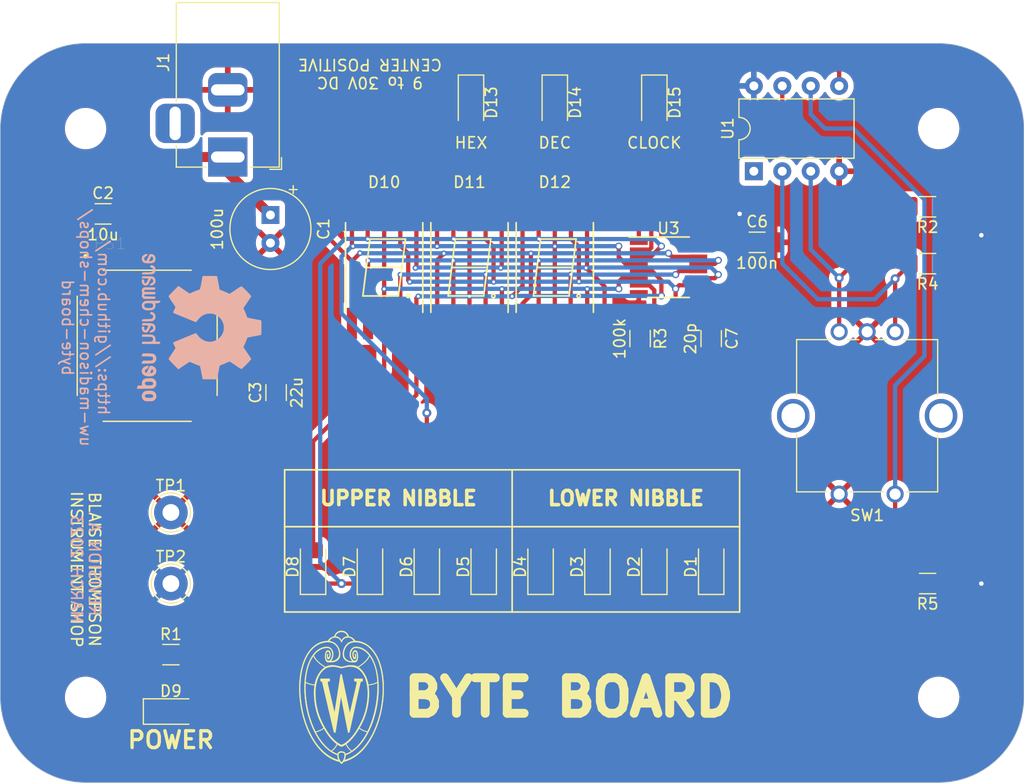
<source format=kicad_pcb>
(kicad_pcb (version 20221018) (generator pcbnew)
  (title_block (title "Byte Board") (date "2023-03-20") (rev "A") (company "University of Wisconsin-Madison") (comment 1 "Department of Chemistry") (comment 2 "Instrument Shop") (comment 3 "Blaise Thompson") (comment 4 "blaise.thompson@wisc.edu"))
  (layers (0 "F.Cu" signal) (31 "B.Cu" signal) (34 "B.Paste" user) (35 "F.Paste" user) (36 "B.SilkS" user "B.Silkscreen") (37 "F.SilkS" user "F.Silkscreen") (38 "B.Mask" user) (39 "F.Mask" user) (44 "Edge.Cuts" user))
  (net 0 "")
  (net 1 "+3V3")
  (net 2 "GND")
  (net 3 "Net-(U3-OSC)")
  (net 4 "Net-(U3-ISET)")
  (net 5 "/LED_driver/SEG3")
  (net 6 "/LED_driver/SEG2")
  (net 7 "/LED_driver/SEG1")
  (net 8 "/LED_driver/SEG0")
  (net 9 "/LED_driver/SEG8")
  (net 10 "/LED_driver/SEG7")
  (net 11 "/LED_driver/SEG6")
  (net 12 "/LED_driver/SEG5")
  (net 13 "/LED_driver/SEG4")
  (net 14 "Net-(PS1-+VIN)")
  (net 15 "Net-(D9-A)")
  (net 17 "B")
  (net 18 "A")
  (net 19 "SWITCH")
  (net 21 "MOSI")
  (net 22 "CLK")
  (footprint "Resistor_SMD:R_1206_3216Metric_Pad1.30x1.75mm_HandSolder" (layer "F.Cu") (at 147.6 61.595 180)
    (fp_text reference "R2" (at 0 -1.82) (layer "F.SilkS"))
    (fp_text value "4k7")
    (pad "1" smd roundrect (at -1.55 0 180) (size 1.3 1.75) (layers "F.Cu" "F.Paste" "F.Mask") (roundrect_rratio 0.192308) (net 1 "+3V3"))
    (pad "2" smd roundrect (at 1.55 0 180) (size 1.3 1.75) (layers "F.Cu" "F.Paste" "F.Mask") (roundrect_rratio 0.192308) (net 17 "B"))
  )
  (footprint "LED_SMD:LED_1206_3216Metric_Pad1.42x1.75mm_HandSolder" (layer "F.Cu") (at 123.19 93.7625 90)
    (fp_text reference "D2" (at 0 -1.82 90) (layer "F.SilkS"))
    (fp_text value "LED")
    (pad "1" smd roundrect (at -1.4875 0 90) (size 1.425 1.75) (layers "F.Cu" "F.Paste" "F.Mask") (roundrect_rratio 0.175439) (net 5 "/LED_driver/SEG3"))
    (pad "2" smd roundrect (at 1.4875 0 90) (size 1.425 1.75) (layers "F.Cu" "F.Paste" "F.Mask") (roundrect_rratio 0.175439) (net 10 "/LED_driver/SEG7"))
  )
  (footprint "TestPoint:TestPoint_THTPad_D3.0mm_Drill1.5mm" (layer "F.Cu") (at 80.01 88.9)
    (fp_text reference "TP1" (at 0 -2.398) (layer "F.SilkS"))
    (fp_text value "TestPoint")
    (pad "1" thru_hole circle (at 0 0) (size 3 3) (drill 1.5) (layers "*.Cu" "*.Mask") (net 2 "GND"))
  )
  (footprint "MountingHole:MountingHole_3.2mm_M3" (layer "F.Cu") (at 72.39 54.61)
    (fp_text reference "REF**" hide)
    (fp_text value "MountingHole_3.2mm_M3" hide)
    (pad "" np_thru_hole circle (at 0 0) (size 3.2 3.2) (drill 3.2) (layers "F&B.Cu" "*.Mask"))
  )
  (footprint "LED_SMD:LED_1206_3216Metric_Pad1.42x1.75mm_HandSolder" (layer "F.Cu") (at 92.71 93.7625 90)
    (fp_text reference "D8" (at 0 -1.82 90) (layer "F.SilkS"))
    (fp_text value "LED")
    (pad "1" smd roundrect (at -1.4875 0 90) (size 1.425 1.75) (layers "F.Cu" "F.Paste" "F.Mask") (roundrect_rratio 0.175439) (net 5 "/LED_driver/SEG3"))
    (pad "2" smd roundrect (at 1.4875 0 90) (size 1.425 1.75) (layers "F.Cu" "F.Paste" "F.Mask") (roundrect_rratio 0.175439) (net 8 "/LED_driver/SEG0"))
  )
  (footprint "LED_SMD:LED_1206_3216Metric_Pad1.42x1.75mm_HandSolder" (layer "F.Cu") (at 128.27 93.7625 90)
    (fp_text reference "D1" (at 0 -1.82 90) (layer "F.SilkS"))
    (fp_text value "LED")
    (pad "1" smd roundrect (at -1.4875 0 90) (size 1.425 1.75) (layers "F.Cu" "F.Paste" "F.Mask") (roundrect_rratio 0.175439) (net 5 "/LED_driver/SEG3"))
    (pad "2" smd roundrect (at 1.4875 0 90) (size 1.425 1.75) (layers "F.Cu" "F.Paste" "F.Mask") (roundrect_rratio 0.175439) (net 9 "/LED_driver/SEG8"))
  )
  (footprint "LED_SMD:LED_1206_3216Metric_Pad1.42x1.75mm_HandSolder" (layer "F.Cu") (at 106.815 52.2875 -90)
    (fp_text reference "D13" (at 0 -1.82 90) (layer "F.SilkS"))
    (fp_text value "HEX")
    (pad "1" smd roundrect (at -1.4875 0 270) (size 1.425 1.75) (layers "F.Cu" "F.Paste" "F.Mask") (roundrect_rratio 0.175439) (net 13 "/LED_driver/SEG4"))
    (pad "2" smd roundrect (at 1.4875 0 270) (size 1.425 1.75) (layers "F.Cu" "F.Paste" "F.Mask") (roundrect_rratio 0.175439) (net 8 "/LED_driver/SEG0"))
  )
  (footprint "Resistor_SMD:R_1206_3216Metric_Pad1.30x1.75mm_HandSolder" (layer "F.Cu") (at 147.6 66.675 180)
    (fp_text reference "R4" (at 0 -1.82) (layer "F.SilkS"))
    (fp_text value "4k7")
    (pad "1" smd roundrect (at -1.55 0 180) (size 1.3 1.75) (layers "F.Cu" "F.Paste" "F.Mask") (roundrect_rratio 0.192308) (net 1 "+3V3"))
    (pad "2" smd roundrect (at 1.55 0 180) (size 1.3 1.75) (layers "F.Cu" "F.Paste" "F.Mask") (roundrect_rratio 0.192308) (net 18 "A"))
  )
  (footprint "Resistor_SMD:R_1206_3216Metric_Pad1.30x1.75mm_HandSolder" (layer "F.Cu") (at 147.6 95.25 180)
    (fp_text reference "R5" (at 0 -1.82) (layer "F.SilkS"))
    (fp_text value "4k7")
    (pad "1" smd roundrect (at -1.55 0 180) (size 1.3 1.75) (layers "F.Cu" "F.Paste" "F.Mask") (roundrect_rratio 0.192308) (net 1 "+3V3"))
    (pad "2" smd roundrect (at 1.55 0 180) (size 1.3 1.75) (layers "F.Cu" "F.Paste" "F.Mask") (roundrect_rratio 0.192308) (net 19 "SWITCH"))
  )
  (footprint "Connector_BarrelJack:BarrelJack_Horizontal" (layer "F.Cu") (at 85.09 57.15 -90)
    (fp_text reference "J1" (at -8.45 5.75 90) (layer "F.SilkS"))
    (fp_text value "Barrel_Jack")
    (pad "1" thru_hole rect (at 0 0 270) (size 3.5 3.5) (drill oval 1 3) (layers "*.Cu" "*.Mask") (net 14 "Net-(PS1-+VIN)"))
    (pad "2" thru_hole roundrect (at -6 0 270) (size 3 3.5) (drill oval 1 3) (layers "*.Cu" "*.Mask") (net 2 "GND"))
    (pad "3" thru_hole roundrect (at -3 4.7 270) (size 3.5 3.5) (drill oval 3 1) (layers "*.Cu" "*.Mask"))
  )
  (footprint "Resistor_SMD:R_1206_3216Metric_Pad1.30x1.75mm_HandSolder" (layer "F.Cu") (at 121.92 73.3695 -90)
    (fp_text reference "R3" (at 0 -1.82 90) (layer "F.SilkS"))
    (fp_text value "100k" (at 0 1.82 90) (layer "F.SilkS"))
    (pad "1" smd roundrect (at -1.55 0 270) (size 1.3 1.75) (layers "F.Cu" "F.Paste" "F.Mask") (roundrect_rratio 0.192308) (net 4 "Net-(U3-ISET)"))
    (pad "2" smd roundrect (at 1.55 0 270) (size 1.3 1.75) (layers "F.Cu" "F.Paste" "F.Mask") (roundrect_rratio 0.192308) (net 2 "GND"))
  )
  (footprint "Capacitor_SMD:C_1206_3216Metric_Pad1.33x1.80mm_HandSolder" (layer "F.Cu") (at 73.9525 62.23)
    (fp_text reference "C2" (at 0 -1.85) (layer "F.SilkS"))
    (fp_text value "10u" (at 0 1.85) (layer "F.SilkS"))
    (pad "1" smd roundrect (at -1.5625 0) (size 1.325 1.8) (layers "F.Cu" "F.Paste" "F.Mask") (roundrect_rratio 0.188679) (net 14 "Net-(PS1-+VIN)"))
    (pad "2" smd roundrect (at 1.5625 0) (size 1.325 1.8) (layers "F.Cu" "F.Paste" "F.Mask") (roundrect_rratio 0.188679) (net 2 "GND"))
  )
  (footprint "Capacitor_SMD:C_1206_3216Metric_Pad1.33x1.80mm_HandSolder" (layer "F.Cu") (at 89.408 78.1935 90)
    (fp_text reference "C3" (at 0 -1.85 90) (layer "F.SilkS"))
    (fp_text value "22u" (at 0 1.85 90) (layer "F.SilkS"))
    (pad "1" smd roundrect (at -1.5625 0 90) (size 1.325 1.8) (layers "F.Cu" "F.Paste" "F.Mask") (roundrect_rratio 0.188679) (net 1 "+3V3"))
    (pad "2" smd roundrect (at 1.5625 0 90) (size 1.325 1.8) (layers "F.Cu" "F.Paste" "F.Mask") (roundrect_rratio 0.188679) (net 2 "GND"))
  )
  (footprint "MountingHole:MountingHole_3.2mm_M3" (layer "F.Cu") (at 148.59 105.41)
    (fp_text reference "REF**" hide)
    (fp_text value "MountingHole_3.2mm_M3" hide)
    (pad "" np_thru_hole circle (at 0 0) (size 3.2 3.2) (drill 3.2) (layers "F&B.Cu" "*.Mask"))
  )
  (footprint "footprints:ACSC02-41SURKWA-F01" (layer "F.Cu") (at 106.68 67.0195)
    (fp_text reference "D11" (at 0 -7.62) (layer "F.SilkS"))
    (fp_text value "ACSC02-41SURKWA-F01")
    (pad "1" smd rect (at -2.88 5) (size 0.9 2.8) (layers "F.Cu" "F.Paste" "F.Mask") (net 13 "/LED_driver/SEG4"))
    (pad "2" smd rect (at -1.44 5) (size 0.9 2.8) (layers "F.Cu" "F.Paste" "F.Mask") (net 12 "/LED_driver/SEG5"))
    (pad "3" smd rect (at 0 5) (size 0.9 2.8) (layers "F.Cu" "F.Paste" "F.Mask") (net 7 "/LED_driver/SEG1"))
    (pad "4" smd rect (at 1.44 5) (size 0.9 2.8) (layers "F.Cu" "F.Paste" "F.Mask") (net 11 "/LED_driver/SEG6"))
    (pad "5" smd rect (at 2.88 5) (size 0.9 2.8) (layers "F.Cu" "F.Paste" "F.Mask") (net 8 "/LED_driver/SEG0"))
    (pad "6" smd rect (at 2.88 -5) (size 0.9 2.8) (layers "F.Cu" "F.Paste" "F.Mask") (net 10 "/LED_driver/SEG7"))
    (pad "7" smd rect (at 1.44 -5) (size 0.9 2.8) (layers "F.Cu" "F.Paste" "F.Mask") (net 9 "/LED_driver/SEG8"))
    (pad "8" smd rect (at 0 -5) (size 0.9 2.8) (layers "F.Cu" "F.Paste" "F.Mask") (net 7 "/LED_driver/SEG1"))
    (pad "9" smd rect (at -1.44 -5) (size 0.9 2.8) (layers "F.Cu" "F.Paste" "F.Mask") (net 5 "/LED_driver/SEG3"))
    (pad "10" smd rect (at -2.88 -5) (size 0.9 2.8) (layers "F.Cu" "F.Paste" "F.Mask") (net 6 "/LED_driver/SEG2"))
  )
  (footprint "MountingHole:MountingHole_3.2mm_M3" (layer "F.Cu") (at 72.39 105.41)
    (fp_text reference "REF**" hide)
    (fp_text value "MountingHole_3.2mm_M3" hide)
    (pad "" np_thru_hole circle (at 0 0) (size 3.2 3.2) (drill 3.2) (layers "F&B.Cu" "*.Mask"))
  )
  (footprint "footprints:CONV_VXO7805-500-M" (layer "F.Cu") (at 77.89 74.01)
    (fp_text reference "PS1" (at -3.325 -9.135) (layer "F.SilkS") (effects (font (thickness 0.015))))
    (fp_text value "VXO7803-500-M")
    (pad "1" smd rect (at -5.5 -6) (size 2.5 2.5) (layers "F.Cu" "F.Paste" "F.Mask") (net 14 "Net-(PS1-+VIN)"))
    (pad "2" smd rect (at 5.5 -6) (size 2.5 2.5) (layers "F.Cu" "F.Paste" "F.Mask") (net 2 "GND"))
    (pad "3" smd rect (at 5.5 6) (size 2.5 2.5) (layers "F.Cu" "F.Paste" "F.Mask") (net 1 "+3V3"))
    (pad "4" smd rect (at -5.5 6) (size 2.5 2.5) (layers "F.Cu" "F.Paste" "F.Mask"))
  )
  (footprint "LED_SMD:LED_1206_3216Metric_Pad1.42x1.75mm_HandSolder" (layer "F.Cu") (at 123.19 52.2875 -90)
    (fp_text reference "D15" (at 0 -1.82 90) (layer "F.SilkS"))
    (fp_text value "CLOCK")
    (pad "1" smd roundrect (at -1.4875 0 270) (size 1.425 1.75) (layers "F.Cu" "F.Paste" "F.Mask") (roundrect_rratio 0.175439) (net 13 "/LED_driver/SEG4"))
    (pad "2" smd roundrect (at 1.4875 0 270) (size 1.425 1.75) (layers "F.Cu" "F.Paste" "F.Mask") (roundrect_rratio 0.175439) (net 6 "/LED_driver/SEG2"))
  )
  (footprint "Capacitor_SMD:C_1206_3216Metric_Pad1.33x1.80mm_HandSolder" (layer "F.Cu") (at 132.3725 64.77)
    (fp_text reference "C6" (at 0 -1.85) (layer "F.SilkS"))
    (fp_text value "100n" (at 0 1.85) (layer "F.SilkS"))
    (pad "1" smd roundrect (at -1.5625 0) (size 1.325 1.8) (layers "F.Cu" "F.Paste" "F.Mask") (roundrect_rratio 0.188679) (net 1 "+3V3"))
    (pad "2" smd roundrect (at 1.5625 0) (size 1.325 1.8) (layers "F.Cu" "F.Paste" "F.Mask") (roundrect_rratio 0.188679) (net 2 "GND"))
  )
  (footprint "TestPoint:TestPoint_THTPad_D3.0mm_Drill1.5mm" (layer "F.Cu") (at 80.01 95.25)
    (fp_text reference "TP2" (at 0 -2.398) (layer "F.SilkS"))
    (fp_text value "TestPoint")
    (pad "1" thru_hole circle (at 0 0) (size 3 3) (drill 1.5) (layers "*.Cu" "*.Mask") (net 1 "+3V3"))
  )
  (footprint "LED_SMD:LED_1206_3216Metric_Pad1.42x1.75mm_HandSolder" (layer "F.Cu") (at 118.11 93.7625 90)
    (fp_text reference "D3" (at 0 -1.82 90) (layer "F.SilkS"))
    (fp_text value "LED")
    (pad "1" smd roundrect (at -1.4875 0 90) (size 1.425 1.75) (layers "F.Cu" "F.Paste" "F.Mask") (roundrect_rratio 0.175439) (net 5 "/LED_driver/SEG3"))
    (pad "2" smd roundrect (at 1.4875 0 90) (size 1.425 1.75) (layers "F.Cu" "F.Paste" "F.Mask") (roundrect_rratio 0.175439) (net 11 "/LED_driver/SEG6"))
  )
  (footprint "LED_SMD:LED_1206_3216Metric_Pad1.42x1.75mm_HandSolder" (layer "F.Cu") (at 102.87 93.7625 90)
    (fp_text reference "D6" (at 0 -1.82 90) (layer "F.SilkS"))
    (fp_text value "LED")
    (pad "1" smd roundrect (at -1.4875 0 90) (size 1.425 1.75) (layers "F.Cu" "F.Paste" "F.Mask") (roundrect_rratio 0.175439) (net 5 "/LED_driver/SEG3"))
    (pad "2" smd roundrect (at 1.4875 0 90) (size 1.425 1.75) (layers "F.Cu" "F.Paste" "F.Mask") (roundrect_rratio 0.175439) (net 6 "/LED_driver/SEG2"))
  )
  (footprint "MountingHole:MountingHole_3.2mm_M3" (layer "F.Cu") (at 148.59 54.61)
    (fp_text reference "REF**" hide)
    (fp_text value "MountingHole_3.2mm_M3" hide)
    (pad "" np_thru_hole circle (at 0 0) (size 3.2 3.2) (drill 3.2) (layers "F&B.Cu" "*.Mask"))
  )
  (footprint "footprints:ACSC02-41SURKWA-F01" (layer "F.Cu") (at 114.3 67.0175)
    (fp_text reference "D12" (at 0 -7.62) (layer "F.SilkS"))
    (fp_text value "ACSC02-41SURKWA-F01")
    (pad "1" smd rect (at -2.88 5) (size 0.9 2.8) (layers "F.Cu" "F.Paste" "F.Mask") (net 13 "/LED_driver/SEG4"))
    (pad "2" smd rect (at -1.44 5) (size 0.9 2.8) (layers "F.Cu" "F.Paste" "F.Mask") (net 12 "/LED_driver/SEG5"))
    (pad "3" smd rect (at 0 5) (size 0.9 2.8) (layers "F.Cu" "F.Paste" "F.Mask") (net 6 "/LED_driver/SEG2"))
    (pad "4" smd rect (at 1.44 5) (size 0.9 2.8) (layers "F.Cu" "F.Paste" "F.Mask") (net 11 "/LED_driver/SEG6"))
    (pad "5" smd rect (at 2.88 5) (size 0.9 2.8) (layers "F.Cu" "F.Paste" "F.Mask") (net 8 "/LED_driver/SEG0"))
    (pad "6" smd rect (at 2.88 -5) (size 0.9 2.8) (layers "F.Cu" "F.Paste" "F.Mask") (net 10 "/LED_driver/SEG7"))
    (pad "7" smd rect (at 1.44 -5) (size 0.9 2.8) (layers "F.Cu" "F.Paste" "F.Mask") (net 9 "/LED_driver/SEG8"))
    (pad "8" smd rect (at 0 -5) (size 0.9 2.8) (layers "F.Cu" "F.Paste" "F.Mask") (net 6 "/LED_driver/SEG2"))
    (pad "9" smd rect (at -1.44 -5) (size 0.9 2.8) (layers "F.Cu" "F.Paste" "F.Mask") (net 5 "/LED_driver/SEG3"))
    (pad "10" smd rect (at -2.88 -5) (size 0.9 2.8) (layers "F.Cu" "F.Paste" "F.Mask") (net 7 "/LED_driver/SEG1"))
  )
  (footprint "LED_SMD:LED_1206_3216Metric_Pad1.42x1.75mm_HandSolder" (layer "F.Cu") (at 107.95 93.7625 90)
    (fp_text reference "D5" (at 0 -1.82 90) (layer "F.SilkS"))
    (fp_text value "LED")
    (pad "1" smd roundrect (at -1.4875 0 90) (size 1.425 1.75) (layers "F.Cu" "F.Paste" "F.Mask") (roundrect_rratio 0.175439) (net 5 "/LED_driver/SEG3"))
    (pad "2" smd roundrect (at 1.4875 0 90) (size 1.425 1.75) (layers "F.Cu" "F.Paste" "F.Mask") (roundrect_rratio 0.175439) (net 13 "/LED_driver/SEG4"))
  )
  (footprint "Capacitor_THT:CP_Radial_Tantal_D7.0mm_P2.50mm" (layer "F.Cu") (at 88.9 62.329861 -90)
    (fp_text reference "C1" (at 1.25 -4.75 90) (layer "F.SilkS"))
    (fp_text value "100u" (at 1.25 4.75 90) (layer "F.SilkS"))
    (pad "1" thru_hole rect (at 0 0 270) (size 1.6 1.6) (drill 0.8) (layers "*.Cu" "*.Mask") (net 14 "Net-(PS1-+VIN)"))
    (pad "2" thru_hole circle (at 2.5 0 270) (size 1.6 1.6) (drill 0.8) (layers "*.Cu" "*.Mask") (net 2 "GND"))
  )
  (footprint "LED_SMD:LED_1206_3216Metric_Pad1.42x1.75mm_HandSolder" (layer "F.Cu") (at 114.3 52.2875 -90)
    (fp_text reference "D14" (at 0 -1.82 90) (layer "F.SilkS"))
    (fp_text value "DEC")
    (pad "1" smd roundrect (at -1.4875 0 270) (size 1.425 1.75) (layers "F.Cu" "F.Paste" "F.Mask") (roundrect_rratio 0.175439) (net 13 "/LED_driver/SEG4"))
    (pad "2" smd roundrect (at 1.4875 0 270) (size 1.425 1.75) (layers "F.Cu" "F.Paste" "F.Mask") (roundrect_rratio 0.175439) (net 7 "/LED_driver/SEG1"))
  )
  (footprint "Resistor_SMD:R_1206_3216Metric_Pad1.30x1.75mm_HandSolder" (layer "F.Cu") (at 80.01 101.6)
    (fp_text reference "R1" (at 0 -1.82) (layer "F.SilkS"))
    (fp_text value "1k")
    (pad "1" smd roundrect (at -1.55 0) (size 1.3 1.75) (layers "F.Cu" "F.Paste" "F.Mask") (roundrect_rratio 0.192308) (net 1 "+3V3"))
    (pad "2" smd roundrect (at 1.55 0) (size 1.3 1.75) (layers "F.Cu" "F.Paste" "F.Mask") (roundrect_rratio 0.192308) (net 15 "Net-(D9-A)"))
  )
  (footprint "footprints:logo" (layer "F.Cu") (at 95.25 105.41)
    (fp_text reference "G***" hide)
    (fp_text value "LOGO" hide)
  )
  (footprint "Package_DIP:DIP-8_W7.62mm" (layer "F.Cu") (at 132.08 58.42 90)
    (fp_text reference "U1" (at 3.81 -2.33 90) (layer "F.SilkS"))
    (fp_text value "ATtiny85-20P")
    (pad "1" thru_hole rect (at 0 0 90) (size 1.6 1.6) (drill 0.8) (layers "*.Cu" "*.Mask"))
    (pad "2" thru_hole oval (at 0 2.54 90) (size 1.6 1.6) (drill 0.8) (layers "*.Cu" "*.Mask") (net 18 "A"))
    (pad "3" thru_hole oval (at 0 5.08 90) (size 1.6 1.6) (drill 0.8) (layers "*.Cu" "*.Mask") (net 17 "B"))
    (pad "4" thru_hole oval (at 0 7.62 90) (size 1.6 1.6) (drill 0.8) (layers "*.Cu" "*.Mask") (net 2 "GND"))
    (pad "5" thru_hole oval (at 7.62 7.62 90) (size 1.6 1.6) (drill 0.8) (layers "*.Cu" "*.Mask") (net 21 "MOSI"))
    (pad "6" thru_hole oval (at 7.62 5.08 90) (size 1.6 1.6) (drill 0.8) (layers "*.Cu" "*.Mask") (net 19 "SWITCH"))
    (pad "7" thru_hole oval (at 7.62 2.54 90) (size 1.6 1.6) (drill 0.8) (layers "*.Cu" "*.Mask") (net 22 "CLK"))
    (pad "8" thru_hole oval (at 7.62 0 90) (size 1.6 1.6) (drill 0.8) (layers "*.Cu" "*.Mask") (net 1 "+3V3"))
  )
  (footprint "Rotary_Encoder:RotaryEncoder_Bourns_Vertical_PEC12R-3xxxF-Sxxxx" (layer "F.Cu") (at 144.7 72.76 -90)
    (fp_text reference "SW1" (at 16.4 2.5) (layer "F.SilkS"))
    (fp_text value "RotaryEncoder_Switch")
    (pad "A" thru_hole circle (at 0 0 180) (size 1.524 1.524) (drill 1) (layers "*.Cu" "*.Mask") (net 18 "A"))
    (pad "B" thru_hole circle (at 0 5 180) (size 1.524 1.524) (drill 1) (layers "*.Cu" "*.Mask") (net 17 "B"))
    (pad "C" thru_hole circle (at 0 2.5 180) (size 1.524 1.524) (drill 1) (layers "*.Cu" "*.Mask") (net 2 "GND"))
    (pad "S1" thru_hole circle (at 14.5 0 180) (size 1.524 1.524) (drill 1) (layers "*.Cu" "*.Mask") (net 19 "SWITCH"))
    (pad "S2" thru_hole circle (at 14.5 5 180) (size 1.524 1.524) (drill 1) (layers "*.Cu" "*.Mask") (net 2 "GND"))
    (pad "SH" thru_hole oval (at 7.5 -4.1 180) (size 2.9 3) (drill oval 2.1 2.2) (layers "*.Cu" "*.Mask"))
    (pad "SH" thru_hole oval (at 7.5 9.1 180) (size 2.9 3) (drill oval 2.1 2.2) (layers "*.Cu" "*.Mask"))
  )
  (footprint "footprints:ACSC02-41SURKWA-F01" (layer "F.Cu") (at 99.06 67.0195)
    (fp_text reference "D10" (at 0 -7.62) (layer "F.SilkS"))
    (fp_text value "ACSC02-41SURKWA-F01")
    (pad "1" smd rect (at -2.88 5) (size 0.9 2.8) (layers "F.Cu" "F.Paste" "F.Mask") (net 13 "/LED_driver/SEG4"))
    (pad "2" smd rect (at -1.44 5) (size 0.9 2.8) (layers "F.Cu" "F.Paste" "F.Mask") (net 12 "/LED_driver/SEG5"))
    (pad "3" smd rect (at 0 5) (size 0.9 2.8) (layers "F.Cu" "F.Paste" "F.Mask") (net 8 "/LED_driver/SEG0"))
    (pad "4" smd rect (at 1.44 5) (size 0.9 2.8) (layers "F.Cu" "F.Paste" "F.Mask") (net 11 "/LED_driver/SEG6"))
    (pad "5" smd rect (at 2.88 5) (size 0.9 2.8) (layers "F.Cu" "F.Paste" "F.Mask") (net 7 "/LED_driver/SEG1"))
    (pad "6" smd rect (at 2.88 -5) (size 0.9 2.8) (layers "F.Cu" "F.Paste" "F.Mask") (net 10 "/LED_driver/SEG7"))
    (pad "7" smd rect (at 1.44 -5) (size 0.9 2.8) (layers "F.Cu" "F.Paste" "F.Mask") (net 9 "/LED_driver/SEG8"))
    (pad "8" smd rect (at 0 -5) (size 0.9 2.8) (layers "F.Cu" "F.Paste" "F.Mask") (net 8 "/LED_driver/SEG0"))
    (pad "9" smd rect (at -1.44 -5) (size 0.9 2.8) (layers "F.Cu" "F.Paste" "F.Mask") (net 5 "/LED_driver/SEG3"))
    (pad "10" smd rect (at -2.88 -5) (size 0.9 2.8) (layers "F.Cu" "F.Paste" "F.Mask") (net 6 "/LED_driver/SEG2"))
  )
  (footprint "LED_SMD:LED_1206_3216Metric_Pad1.42x1.75mm_HandSolder" (layer "F.Cu") (at 97.79 93.7625 90)
    (fp_text reference "D7" (at 0 -1.82 90) (layer "F.SilkS"))
    (fp_text value "LED")
    (pad "1" smd roundrect (at -1.4875 0 90) (size 1.425 1.75) (layers "F.Cu" "F.Paste" "F.Mask") (roundrect_rratio 0.175439) (net 5 "/LED_driver/SEG3"))
    (pad "2" smd roundrect (at 1.4875 0 90) (size 1.425 1.75) (layers "F.Cu" "F.Paste" "F.Mask") (roundrect_rratio 0.175439) (net 7 "/LED_driver/SEG1"))
  )
  (footprint "LED_SMD:LED_1206_3216Metric_Pad1.42x1.75mm_HandSolder" (layer "F.Cu") (at 113.03 93.7625 90)
    (fp_text reference "D4" (at 0 -1.82 90) (layer "F.SilkS"))
    (fp_text value "LED")
    (pad "1" smd roundrect (at -1.4875 0 90) (size 1.425 1.75) (layers "F.Cu" "F.Paste" "F.Mask") (roundrect_rratio 0.175439) (net 5 "/LED_driver/SEG3"))
    (pad "2" smd roundrect (at 1.4875 0 90) (size 1.425 1.75) (layers "F.Cu" "F.Paste" "F.Mask") (roundrect_rratio 0.175439) (net 12 "/LED_driver/SEG5"))
  )
  (footprint "LED_SMD:LED_1206_3216Metric_Pad1.42x1.75mm_HandSolder" (layer "F.Cu") (at 80.01 106.68)
    (fp_text reference "D9" (at 0 -1.82) (layer "F.SilkS"))
    (fp_text value "LED")
    (pad "1" smd roundrect (at -1.4875 0) (size 1.425 1.75) (layers "F.Cu" "F.Paste" "F.Mask") (roundrect_rratio 0.175439) (net 2 "GND"))
    (pad "2" smd roundrect (at 1.4875 0) (size 1.425 1.75) (layers "F.Cu" "F.Paste" "F.Mask") (roundrect_rratio 0.175439) (net 15 "Net-(D9-A)"))
  )
  (footprint "Capacitor_SMD:C_1206_3216Metric_Pad1.33x1.80mm_HandSolder" (layer "F.Cu") (at 128.27 73.3695 -90)
    (fp_text reference "C7" (at 0 -1.85 90) (layer "F.SilkS"))
    (fp_text value "20p" (at 0 1.85 90) (layer "F.SilkS"))
    (pad "1" smd roundrect (at -1.5625 0 270) (size 1.325 1.8) (layers "F.Cu" "F.Paste" "F.Mask") (roundrect_rratio 0.188679) (net 3 "Net-(U3-OSC)"))
    (pad "2" smd roundrect (at 1.5625 0 270) (size 1.325 1.8) (layers "F.Cu" "F.Paste" "F.Mask") (roundrect_rratio 0.188679) (net 2 "GND"))
  )
  (footprint "Package_SO:QSOP-16_3.9x4.9mm_P0.635mm" (layer "F.Cu") (at 124.46 67.0195)
    (fp_text reference "U3" (at 0 -3.5) (layer "F.SilkS"))
    (fp_text value "MAX6951")
    (pad "1" smd rect (at -2.6543 -2.2225) (size 1.6 0.41) (layers "F.Cu" "F.Paste" "F.Mask") (net 21 "MOSI"))
    (pad "2" smd rect (at -2.6543 -1.5875) (size 1.6 0.41) (layers "F.Cu" "F.Paste" "F.Mask") (net 22 "CLK"))
    (pad "3" smd rect (at -2.6543 -0.9525) (size 1.6 0.41) (layers "F.Cu" "F.Paste" "F.Mask") (net 5 "/LED_driver/SEG3"))
    (pad "4" smd rect (at -2.6543 -0.3175) (size 1.6 0.41) (layers "F.Cu" "F.Paste" "F.Mask") (net 6 "/LED_driver/SEG2"))
    (pad "5" smd rect (at -2.6543 0.3175) (size 1.6 0.41) (layers "F.Cu" "F.Paste" "F.Mask") (net 7 "/LED_driver/SEG1"))
    (pad "6" smd rect (at -2.6543 0.9525) (size 1.6 0.41) (layers "F.Cu" "F.Paste" "F.Mask") (net 8 "/LED_driver/SEG0"))
    (pad "7" smd rect (at -2.6543 1.5875) (size 1.6 0.41) (layers "F.Cu" "F.Paste" "F.Mask") (net 4 "Net-(U3-ISET)"))
    (pad "8" smd rect (at -2.6543 2.2225) (size 1.6 0.41) (layers "F.Cu" "F.Paste" "F.Mask") (net 2 "GND"))
    (pad "9" smd rect (at 2.6543 2.2225) (size 1.6 0.41) (layers "F.Cu" "F.Paste" "F.Mask") (net 3 "Net-(U3-OSC)"))
    (pad "10" smd rect (at 2.6543 1.5875) (size 1.6 0.41) (layers "F.Cu" "F.Paste" "F.Mask") (net 9 "/LED_driver/SEG8"))
    (pad "11" smd rect (at 2.6543 0.9525) (size 1.6 0.41) (layers "F.Cu" "F.Paste" "F.Mask") (net 10 "/LED_driver/SEG7"))
    (pad "12" smd rect (at 2.6543 0.3175) (size 1.6 0.41) (layers "F.Cu" "F.Paste" "F.Mask") (net 11 "/LED_driver/SEG6"))
    (pad "13" smd rect (at 2.6543 -0.3175) (size 1.6 0.41) (layers "F.Cu" "F.Paste" "F.Mask") (net 12 "/LED_driver/SEG5"))
    (pad "14" smd rect (at 2.6543 -0.9525) (size 1.6 0.41) (layers "F.Cu" "F.Paste" "F.Mask") (net 13 "/LED_driver/SEG4"))
    (pad "15" smd rect (at 2.6543 -1.5875) (size 1.6 0.41) (layers "F.Cu" "F.Paste" "F.Mask") (net 2 "GND"))
    (pad "16" smd rect (at 2.6543 -2.2225) (size 1.6 0.41) (layers "F.Cu" "F.Paste" "F.Mask") (net 1 "+3V3"))
  )
  (footprint "Symbol:OSHW-Logo2_14.6x12mm_SilkScreen" (layer "B.Cu") (at 82.55 72.39 90)
    (fp_text reference "REF**" hide)
    (fp_text value "OSHW-Logo2_14.6x12mm_SilkScreen" hide)
  )
  (gr_line (start 90.17 90.17) (end 90.17 97.79) (stroke (width 0.15)) (layer "F.SilkS"))
  (gr_line (start 110.49 90.17) (end 90.17 90.17) (stroke (width 0.15)) (layer "F.SilkS"))
  (gr_line (start 90.17 90.17) (end 90.17 85.09) (stroke (width 0.15)) (layer "F.SilkS"))
  (gr_line (start 110.49 92.71) (end 110.49 97.79) (stroke (width 0.15)) (layer "F.SilkS"))
  (gr_line (start 130.81 85.09) (end 130.81 90.17) (stroke (width 0.15)) (layer "F.SilkS"))
  (gr_line (start 90.17 85.09) (end 130.81 85.09) (stroke (width 0.15)) (layer "F.SilkS"))
  (gr_line (start 110.49 90.17) (end 110.49 92.71) (stroke (width 0.15)) (layer "F.SilkS"))
  (gr_line (start 130.81 97.79) (end 130.81 92.71) (stroke (width 0.15)) (layer "F.SilkS"))
  (gr_line (start 110.49 90.17) (end 110.49 85.09) (stroke (width 0.15)) (layer "F.SilkS"))
  (gr_line (start 130.81 92.71) (end 130.81 90.17) (stroke (width 0.15)) (layer "F.SilkS"))
  (gr_line (start 130.81 90.17) (end 110.49 90.17) (stroke (width 0.15)) (layer "F.SilkS"))
  (gr_line (start 90.17 97.79) (end 110.49 97.79) (stroke (width 0.15)) (layer "F.SilkS"))
  (gr_line (start 110.49 97.79) (end 130.81 97.79) (stroke (width 0.15)) (layer "F.SilkS"))
  (gr_line (start 64.77 54.61) (end 64.77 105.41) (stroke (width 0.05)) (layer "Edge.Cuts"))
  (gr_arc (start 64.77 54.61) (mid 67.001846 49.221846) (end 72.39 46.99) (stroke (width 0.05)) (layer "Edge.Cuts"))
  (gr_arc (start 72.39 113.03) (mid 67.001846 110.798154) (end 64.77 105.41) (stroke (width 0.05)) (layer "Edge.Cuts"))
  (gr_line (start 156.21 54.61) (end 156.21 105.41) (stroke (width 0.05)) (layer "Edge.Cuts"))
  (gr_line (start 148.59 46.99) (end 72.39 46.99) (stroke (width 0.05)) (layer "Edge.Cuts"))
  (gr_line (start 72.39 113.03) (end 148.59 113.03) (stroke (width 0.05)) (layer "Edge.Cuts"))
  (gr_arc (start 156.21 105.41) (mid 153.978154 110.798154) (end 148.59 113.03) (stroke (width 0.05)) (layer "Edge.Cuts"))
  (gr_arc (start 148.59 46.99) (mid 153.978154 49.221846) (end 156.21 54.61) (stroke (width 0.05)) (layer "Edge.Cuts"))
  (gr_text "https://github.com/\nuw-madison-chem-shops/\nbyte-board" (at 72.39 72.39 -90) (layer "B.SilkS") (effects (font (size 1 1)) (justify mirror)))
  (gr_text "REVISION A\nMARCH 2023" (at 72.39 93.98 270) (layer "B.SilkS") (effects (font (size 1 1)) (justify mirror)))
  (gr_text "BLAISE THOMPSON\nINSTRUMENT SHOP" (at 72.39 93.98 270) (layer "F.SilkS") (effects (font (size 1 1))))
  (gr_text "CLOCK" (at 123.19 55.88) (layer "F.SilkS") (effects (font (size 1 1))))
  (gr_text "BYTE BOARD" (at 115.57 105.41) (layer "F.SilkS") (effects (font (size 3.175 3.175) (thickness 0.79375) bold)))
  (gr_text "POWER" (at 80.01 109.22) (layer "F.SilkS") (effects (font (size 1.5 1.5) (thickness 0.3) bold)))
  (gr_text "9 to 30V DC\nCENTER POSITIVE" (at 97.79 49.7 180) (layer "F.SilkS") (effects (font (size 1 1))))
  (gr_text "DEC" (at 114.3 55.88) (layer "F.SilkS") (effects (font (size 1 1))))
  (gr_text "HEX" (at 106.815 55.88) (layer "F.SilkS") (effects (font (size 1 1))))
  (gr_text "UPPER NIBBLE" (at 100.33 87.63) (layer "F.SilkS") (effects (font (size 1.27 1.27) (thickness 0.3175) bold)))
  (gr_text "LOWER NIBBLE" (at 120.65 87.63) (layer "F.SilkS") (effects (font (size 1.27 1.27) (thickness 0.3175) bold)))
  (segment (start 80.01 95.25) (end 83.39 91.87) (width 0.381) (layer "F.Cu") (net 1))
  (segment (start 130.81 64.77) (end 130.81 62.23) (width 0.381) (layer "F.Cu") (net 1))
  (segment (start 83.39 80.44) (end 83.39 80.01) (width 0.25) (layer "F.Cu") (net 1))
  (segment (start 130.81 64.77) (end 127.1413 64.77) (width 0.381) (layer "F.Cu") (net 1))
  (segment (start 78.46 101.6) (end 78.46 96.8) (width 0.381) (layer "F.Cu") (net 1))
  (segment (start 89.408 79.756) (end 89.154 80.01) (width 0.381) (layer "F.Cu") (net 1))
  (segment (start 149.15 95.25) (end 152.4 95.25) (width 0.381) (layer "F.Cu") (net 1))
  (segment (start 149.15 64.135) (end 149.15 66.675) (width 0.381) (layer "F.Cu") (net 1))
  (segment (start 78.46 96.8) (end 80.01 95.25) (width 0.381) (layer "F.Cu") (net 1))
  (segment (start 83.39 91.87) (end 83.39 80.01) (width 0.381) (layer "F.Cu") (net 1))
  (segment (start 89.154 80.01) (end 83.39 80.01) (width 0.381) (layer "F.Cu") (net 1))
  (segment (start 127.1413 64.77) (end 127.1143 64.797) (width 0.381) (layer "F.Cu") (net 1))
  (segment (start 149.15 64.135) (end 152.4 64.135) (width 0.381) (layer "F.Cu") (net 1))
  (segment (start 149.15 61.595) (end 149.15 64.135) (width 0.381) (layer "F.Cu") (net 1))
  (via (at 130.81 62.23) (size 0.8) (drill 0.4) (layers "F.Cu" "B.Cu") (net 1))
  (via (at 152.4 95.25) (size 0.8) (drill 0.4) (layers "F.Cu" "B.Cu") (net 1))
  (via (at 152.4 64.135) (size 0.8) (drill 0.4) (layers "F.Cu" "B.Cu") (net 1))
  (segment (start 120.648 70.3195) (end 120.394 70.5735) (width 0.381) (layer "F.Cu") (net 2))
  (segment (start 121.41 70.3195) (end 120.648 70.3195) (width 0.381) (layer "F.Cu") (net 2))
  (segment (start 127.1143 65.432) (end 125.9333 65.432) (width 0.381) (layer "F.Cu") (net 2))
  (segment (start 125.9333 65.432) (end 125.095 64.5937) (width 0.381) (layer "F.Cu") (net 2))
  (segment (start 121.8037 69.24) (end 121.8037 69.9258) (width 0.381) (layer "F.Cu") (net 2))
  (segment (start 121.8037 69.9258) (end 121.41 70.3195) (width 0.381) (layer "F.Cu") (net 2))
  (segment (start 125.095 64.5937) (end 125.095 62.23) (width 0.381) (layer "F.Cu") (net 2))
  (segment (start 127.1143 69.242) (end 127.1143 70.6513) (width 0.381) (layer "F.Cu") (net 3))
  (segment (start 127.1143 70.6513) (end 128.27 71.807) (width 0.381) (layer "F.Cu") (net 3))
  (segment (start 121.918 71.8175) (end 121.944 71.8175) (width 0.381) (layer "F.Cu") (net 4))
  (segment (start 123.188 69.047798) (end 122.745202 68.605) (width 0.381) (layer "F.Cu") (net 4))
  (segment (start 121.944 71.8175) (end 123.188 70.5735) (width 0.381) (layer "F.Cu") (net 4))
  (segment (start 123.188 70.5735) (end 123.188 69.047798) (width 0.381) (layer "F.Cu") (net 4))
  (segment (start 122.745202 68.605) (end 121.8037 68.605) (width 0.381) (layer "F.Cu") (net 4))
  (segment (start 112.86 62.0175) (end 112.86 64.4476) (width 0.381) (layer "F.Cu") (net 5))
  (segment (start 105.24 62.0195) (end 105.24 64.4476) (width 0.381) (layer "F.Cu") (net 5))
  (segment (start 112.86 64.4476) (end 112.8776 64.4652) (width 0.381) (layer "F.Cu") (net 5))
  (segment (start 97.5868 62.0527) (end 97.62 62.0195) (width 0.381) (layer "F.Cu") (net 5))
  (segment (start 123.823 65.1125) (end 122.8705 66.065) (width 0.381) (layer "F.Cu") (net 5))
  (segment (start 122.8705 66.065) (end 121.8037 66.065) (width 0.381) (layer "F.Cu") (net 5))
  (segment (start 92.71 95.25) (end 95.25 95.25) (width 0.381) (layer "F.Cu") (net 5))
  (segment (start 95.25 95.25) (end 128.27 95.25) (width 0.381) (layer "F.Cu") (net 5))
  (segment (start 97.5868 64.4652) (end 97.5868 62.0527) (width 0.381) (layer "F.Cu") (net 5))
  (segment (start 105.24 64.4476) (end 105.2576 64.4652) (width 0.381) (layer "F.Cu") (net 5))
  (via (at 105.2576 64.4652) (size 0.508) (drill 0.254) (layers "F.Cu" "B.Cu") (net 5))
  (via (at 97.5868 64.4652) (size 0.508) (drill 0.254) (layers "F.Cu" "B.Cu") (net 5))
  (via (at 123.823 65.1125) (size 0.635) (drill 0.4) (layers "F.Cu" "B.Cu") (net 5))
  (via (at 112.8776 64.4652) (size 0.508) (drill 0.254) (layers "F.Cu" "B.Cu") (net 5))
  (via (at 95.25 95.25) (size 0.8) (drill 0.4) (layers "F.Cu" "B.Cu") (net 5))
  (segment (start 95.5548 64.4652) (end 93.345 66.675) (width 0.381) (layer "B.Cu") (net 5))
  (segment (start 93.345 66.675) (end 93.345 93.345) (width 0.381) (layer "B.Cu") (net 5))
  (segment (start 105.154 64.4775) (end 114.298 64.4775) (width 0.381) (layer "B.Cu") (net 5))
  (segment (start 97.534 64.4775) (end 105.154 64.4775) (width 0.381) (layer "B.Cu") (net 5))
  (segment (start 123.188 64.4775) (end 123.823 65.1125) (width 0.381) (layer "B.Cu") (net 5))
  (segment (start 93.345 93.345) (end 95.25 95.25) (width 0.381) (layer "B.Cu") (net 5))
  (segment (start 97.5868 64.4652) (end 95.5548 64.4652) (width 0.381) (layer "B.Cu") (net 5))
  (segment (start 114.298 64.4775) (end 123.188 64.4775) (width 0.381) (layer "B.Cu") (net 5))
  (segment (start 114.3 59.69) (end 114.3 62.0175) (width 0.381) (layer "F.Cu") (net 6))
  (segment (start 103.7844 65.1256) (end 103.7844 62.0351) (width 0.381) (layer "F.Cu") (net 6))
  (segment (start 121.8037 66.7) (end 120.6227 66.7) (width 0.381) (layer "F.Cu") (net 6))
  (segment (start 120.013 66.0903) (end 120.013 65.1125) (width 0.381) (layer "F.Cu") (net 6))
  (segment (start 96.18 65.0396) (end 96.266 65.1256) (width 0.381) (layer "F.Cu") (net 6))
  (segment (start 123.19 53.775) (end 120.215 53.775) (width 0.381) (layer "F.Cu") (net 6))
  (segment (start 114.3 72.0175) (end 114.3 65.1256) (width 0.381) (layer "F.Cu") (net 6))
  (segment (start 103.7844 62.0351) (end 103.8 62.0195) (width 0.381) (layer "F.Cu") (net 6))
  (segment (start 102.87 92.275) (end 102.87 80.01) (width 0.381) (layer "F.Cu") (net 6))
  (segment (start 96.18 62.0195) (end 96.18 65.0396) (width 0.381) (layer "F.Cu") (net 6))
  (segment (start 120.215 53.775) (end 114.3 59.69) (width 0.381) (layer "F.Cu") (net 6))
  (segment (start 114.3 65.1256) (end 114.3 62.0175) (width 0.381) (layer "F.Cu") (net 6))
  (segment (start 120.6227 66.7) (end 120.013 66.0903) (width 0.381) (layer "F.Cu") (net 6))
  (via (at 102.87 80.01) (size 0.8) (drill 0.4) (layers "F.Cu" "B.Cu") (net 6))
  (via (at 96.266 65.1256) (size 0.508) (drill 0.254) (layers "F.Cu" "B.Cu") (net 6))
  (via (at 114.3 65.1256) (size 0.508) (drill 0.254) (layers "F.Cu" "B.Cu") (net 6))
  (via (at 120.013 65.1125) (size 0.635) (drill 0.4) (layers "F.Cu" "B.Cu") (net 6))
  (via (at 103.7844 65.1256) (size 0.508) (drill 0.254) (layers "F.Cu" "B.Cu") (net 6))
  (segment (start 96.266 65.1256) (end 96.2565 65.1351) (width 0.381) (layer "B.Cu") (net 6))
  (segment (start 95.25 71.12) (end 102.87 78.74) (width 0.381) (layer "B.Cu") (net 6))
  (segment (start 120.013 65.1125) (end 119.378 65.1125) (width 0.381) (layer "B.Cu") (net 6))
  (segment (start 96.1549 65.1351) (end 95.25 66.04) (width 0.381) (layer "B.Cu") (net 6))
  (segment (start 96.2565 65.1351) (end 96.1549 65.1351) (width 0.381) (layer "B.Cu") (net 6))
  (segment (start 95.25 66.04) (end 95.25 71.12) (width 0.381) (layer "B.Cu") (net 6))
  (segment (start 106.551 65.1125) (end 112.774 65.1125) (width 0.381) (layer "B.Cu") (net 6))
  (segment (start 119.378 65.1125) (end 112.774 65.1125) (width 0.381) (layer "B.Cu") (net 6))
  (segment (start 102.87 78.74) (end 102.87 80.01) (width 0.381) (layer "B.Cu") (net 6))
  (segment (start 96.264 65.1125) (end 106.551 65.1125) (width 0.381) (layer "B.Cu") (net 6))
  (segment (start 110.49 69.596) (end 111.42 68.666) (width 0.381) (layer "F.Cu") (net 7))
  (segment (start 123.823 69.5575) (end 123.823 68.1733) (width 0.381) (layer "F.Cu") (net 7))
  (segment (start 101.94 78.4) (end 97.79 82.55) (width 0.381) (layer "F.Cu") (net 7))
  (segment (start 122.9847 67.335) (end 121.8037 67.335) (width 0.381) (layer "F.Cu") (net 7))
  (segment (start 123.823 68.1733) (end 122.9847 67.335) (width 0.381) (layer "F.Cu") (net 7))
  (segment (start 111.42 54.95) (end 111.42 62.0175) (width 0.381) (layer "F.Cu") (net 7))
  (segment (start 97.79 82.55) (end 97.79 92.275) (width 0.381) (layer "F.Cu") (net 7))
  (segment (start 106.68 62.0195) (end 106.68 72.0195) (width 0.381) (layer "F.Cu") (net 7))
  (segment (start 112.595 53.775) (end 111.42 54.95) (width 0.381) (layer "F.Cu") (net 7))
  (segment (start 114.3 53.775) (end 112.595 53.775) (width 0.381) (layer "F.Cu") (net 7))
  (segment (start 111.42 68.666) (end 111.42 62.0175) (width 0.381) (layer "F.Cu") (net 7))
  (segment (start 101.94 72.0195) (end 101.94 78.4) (width 0.381) (layer "F.Cu") (net 7))
  (segment (start 101.94 69.764) (end 102.108 69.596) (width 0.381) (layer "F.Cu") (net 7))
  (segment (start 101.94 72.0195) (end 101.94 69.764) (width 0.381) (layer "F.Cu") (net 7))
  (via (at 123.823 69.5575) (size 0.635) (drill 0.4) (layers "F.Cu" "B.Cu") (net 7))
  (via (at 110.49 69.596) (size 0.508) (drill 0.254) (layers "F.Cu" "B.Cu") (net 7))
  (via (at 102.108 69.596) (size 0.508) (drill 0.254) (layers "F.Cu" "B.Cu") (net 7))
  (via (at 106.68 69.596) (size 0.508) (drill 0.254) (layers "F.Cu" "B.Cu") (net 7))
  (segment (start 110.49 69.596) (end 102.108 69.596) (width 0.381) (layer "B.Cu") (net 7))
  (segment (start 117.448618 69.5575) (end 121.918 69.5575) (width 0.381) (layer "B.Cu") (net 7))
  (segment (start 110.488 69.5575) (end 117.448618 69.5575) (width 0.381) (layer "B.Cu") (net 7))
  (segment (start 121.918 69.5575) (end 123.823 69.5575) (width 0.381) (layer "B.Cu") (net 7))
  (segment (start 99.06 62.0195) (end 99.06 55.88) (width 0.381) (layer "F.Cu") (net 8))
  (segment (start 121.8037 67.97) (end 120.3305 67.97) (width 0.381) (layer "F.Cu") (net 8))
  (segment (start 120.3305 67.97) (end 120.013 68.2875) (width 0.381) (layer "F.Cu") (net 8))
  (segment (start 101.165 53.775) (end 106.815 53.775) (width 0.381) (layer "F.Cu") (net 8))
  (segment (start 120.013 68.2875) (end 120.013 68.9225) (width 0.381) (layer "F.Cu") (net 8))
  (segment (start 99.06 55.88) (end 101.165 53.775) (width 0.381) (layer "F.Cu") (net 8))
  (segment (start 99.06 68.9356) (end 99.06 72.0195) (width 0.381) (layer "F.Cu") (net 8))
  (segment (start 109.5756 68.9356) (end 109.5756 72.0039) (width 0.381) (layer "F.Cu") (net 8))
  (segment (start 99.06 72.0195) (end 99.06 76.2) (width 0.381) (layer "F.Cu") (net 8))
  (segment (start 99.06 76.2) (end 92.71 82.55) (width 0.381) (layer "F.Cu") (net 8))
  (segment (start 99.06 68.9356) (end 99.06 62.0195) (width 0.381) (layer "F.Cu") (net 8))
  (segment (start 117.1956 68.9356) (end 117.1956 72.0039) (width 0.381) (layer "F.Cu") (net 8))
  (segment (start 109.5756 72.0039) (end 109.56 72.0195) (width 0.381) (layer "F.Cu") (net 8))
  (segment (start 92.71 82.55) (end 92.71 92.275) (width 0.381) (layer "F.Cu") (net 8))
  (via (at 109.5756 68.9356) (size 0.508) (drill 0.254) (layers "F.Cu" "B.Cu") (net 8))
  (via (at 117.1956 68.9356) (size 0.508) (drill 0.254) (layers "F.Cu" "B.Cu") (net 8))
  (via (at 120.013 68.9225) (size 0.635) (drill 0.4) (layers "F.Cu" "B.Cu") (net 8))
  (via (at 99.06 68.9356) (size 0.508) (drill 0.254) (layers "F.Cu" "B.Cu") (net 8))
  (segment (start 109.5736 68.9225) (end 117.219 68.9225) (width 0.381) (layer "B.Cu") (net 8))
  (segment (start 120.013 68.9225) (end 117.219 68.9225) (width 0.381) (layer "B.Cu") (net 8))
  (segment (start 99.0731 68.9225) (end 99.06 68.9356) (width 0.381) (layer "B.Cu") (net 8))
  (segment (start 101.9028 68.9225) (end 109.5736 68.9225) (width 0.381) (layer "B.Cu") (net 8))
  (segment (start 101.9028 68.9225) (end 99.0731 68.9225) (width 0.381) (layer "B.Cu") (net 8))
  (segment (start 125.093 68.9225) (end 125.4105 68.605) (width 0.381) (layer "F.Cu") (net 9))
  (segment (start 125.093 68.9225) (end 125.093 79.373) (width 0.381) (layer "F.Cu") (net 9))
  (segment (start 108.8295 65.1923) (end 108.12 64.4828) (width 0.381) (layer "F.Cu") (net 9))
  (segment (start 108.8295 68.2911) (end 108.8295 65.1923) (width 0.381) (layer "F.Cu") (net 9))
  (segment (start 116.4495 65.1669) (end 115.74 64.4574) (width 0.381) (layer "F.Cu") (net 9))
  (segment (start 108.12 64.4828) (end 108.12 62.0195) (width 0.381) (layer "F.Cu") (net 9))
  (segment (start 128.27 82.55) (end 128.27 92.275) (width 0.381) (layer "F.Cu") (net 9))
  (segment (start 108.839 68.3006) (end 108.8295 68.2911) (width 0.381) (layer "F.Cu") (net 9))
  (segment (start 116.4495 68.2657) (end 116.4495 65.1669) (width 0.381) (layer "F.Cu") (net 9))
  (segment (start 125.4105 68.605) (end 127.1123 68.605) (width 0.381) (layer "F.Cu") (net 9))
  (segment (start 125.093 79.373) (end 128.27 82.55) (width 0.381) (layer "F.Cu") (net 9))
  (segment (start 101.2095 68.1641) (end 101.2095 65.7765) (width 0.381) (layer "F.Cu") (net 9))
  (segment (start 101.2095 65.7765) (end 100.5 65.067) (width 0.381) (layer "F.Cu") (net 9))
  (segment (start 101.346 68.3006) (end 101.2095 68.1641) (width 0.381) (layer "F.Cu") (net 9))
  (segment (start 100.5 65.067) (end 100.5 62.0195) (width 0.381) (layer "F.Cu") (net 9))
  (segment (start 115.74 64.4574) (end 115.74 61.9941) (width 0.381) (layer "F.Cu") (net 9))
  (via (at 125.093 68.9225) (size 0.635) (drill 0.4) (layers "F.Cu" "B.Cu") (net 9))
  (via (at 116.459 68.2752) (size 0.508) (drill 0.254) (layers "F.Cu" "B.Cu") (net 9))
  (via (at 101.346 68.3006) (size 0.508) (drill 0.254) (layers "F.Cu" "B.Cu") (net 9))
  (via (at 108.839 68.3006) (size 0.508) (drill 0.254) (layers "F.Cu" "B.Cu") (net 9))
  (segment (start 124.458 68.2875) (end 101.3591 68.2875) (width 0.381) (layer "B.Cu") (net 9))
  (segment (start 101.3591 68.2875) (end 101.346 68.3006) (width 0.381) (layer "B.Cu") (net 9))
  (segment (start 125.093 68.9225) (end 124.458 68.2875) (width 0.381) (layer "B.Cu") (net 9))
  (segment (start 117.094 67.056) (end 118.745 68.707) (width 0.381) (layer "F.Cu") (net 10))
  (segment (start 109.474 67.056) (end 109.56 66.97) (width 0.381) (layer "F.Cu") (net 10))
  (segment (start 123.19 80.645) (end 123.19 92.275) (width 0.381) (layer "F.Cu") (net 10))
  (segment (start 128.903 67.6525) (end 128.5855 67.97) (width 0.381) (layer "F.Cu") (net 10))
  (segment (start 118.745 68.707) (end 118.745 76.2) (width 0.381) (layer "F.Cu") (net 10))
  (segment (start 101.854 67.056) (end 101.94 66.97) (width 0.381) (layer "F.Cu") (net 10))
  (segment (start 118.745 76.2) (end 123.19 80.645) (width 0.381) (layer "F.Cu") (net 10))
  (segment (start 101.94 66.97) (end 101.94 62.0195) (width 0.381) (layer "F.Cu") (net 10))
  (segment (start 109.56 66.97) (end 109.56 62.0195) (width 0.381) (layer "F.Cu") (net 10))
  (segment (start 117.094 67.056) (end 117.18 66.97) (width 0.381) (layer "F.Cu") (net 10))
  (segment (start 117.18 66.97) (end 117.18 62.0175) (width 0.381) (layer "F.Cu") (net 10))
  (segment (start 128.5855 67.97) (end 127.1123 67.97) (width 0.381) (layer "F.Cu") (net 10))
  (via (at 117.094 67.056) (size 0.508) (drill 0.254) (layers "F.Cu" "B.Cu") (net 10))
  (via (at 109.474 67.056) (size 0.508) (drill 0.254) (layers "F.Cu" "B.Cu") (net 10))
  (via (at 101.854 67.056) (size 0.508) (drill 0.254) (layers "F.Cu" "B.Cu") (net 10))
  (via (at 128.903 67.6525) (size 0.635) (drill 0.4) (layers "F.Cu" "B.Cu") (net 10))
  (segment (start 101.852 67.0175) (end 109.472 67.0175) (width 0.381) (layer "B.Cu") (net 10))
  (segment (start 128.268 67.0175) (end 128.903 67.6525) (width 0.381) (layer "B.Cu") (net 10))
  (segment (start 109.472 67.0175) (end 117.092 67.0175) (width 0.381) (layer "B.Cu") (net 10))
  (segment (start 117.092 67.0175) (end 128.268 67.0175) (width 0.381) (layer "B.Cu") (net 10))
  (segment (start 108.1278 67.6402) (end 108.12 67.648) (width 0.381) (layer "F.Cu") (net 11))
  (segment (start 118.11 77.47) (end 118.11 92.275) (width 0.381) (layer "F.Cu") (net 11))
  (segment (start 115.74 72.0175) (end 115.74 75.1) (width 0.381) (layer "F.Cu") (net 11))
  (segment (start 115.74 75.1) (end 118.11 77.47) (width 0.381) (layer "F.Cu") (net 11))
  (segment (start 115.7146 67.648) (end 115.7146 72.0195) (width 0.381) (layer "F.Cu") (net 11))
  (segment (start 108.12 67.648) (end 108.12 72.0195) (width 0.381) (layer "F.Cu") (net 11))
  (segment (start 100.5 72.0195) (end 100.5 67.6988) (width 0.381) (layer "F.Cu") (net 11))
  (segment (start 125.093 67.6525) (end 125.4105 67.335) (width 0.381) (layer "F.Cu") (net 11))
  (segment (start 125.4105 67.335) (end 127.1123 67.335) (width 0.381) (layer "F.Cu") (net 11))
  (segment (start 100.5 67.6988) (end 100.5332 67.6656) (width 0.381) (layer "F.Cu") (net 11))
  (via (at 125.093 67.6525) (size 0.635) (drill 0.4) (layers "F.Cu" "B.Cu") (net 11))
  (via (at 100.5078 67.6656) (size 0.508) (drill 0.254) (layers "F.Cu" "B.Cu") (net 11))
  (via (at 115.7224 67.6402) (size 0.508) (drill 0.254) (layers "F.Cu" "B.Cu") (net 11))
  (via (at 108.1278 67.6402) (size 0.508) (drill 0.254) (layers "F.Cu" "B.Cu") (net 11))
  (segment (start 125.093 67.6525) (end 100.5209 67.6525) (width 0.381) (layer "B.Cu") (net 11))
  (segment (start 100.5209 67.6525) (end 100.5078 67.6656) (width 0.381) (layer "B.Cu") (net 11))
  (segment (start 97.62 66.4386) (end 97.663 66.3956) (width 0.381) (layer "F.Cu") (net 12))
  (segment (start 127.1123 66.7) (end 128.5855 66.7) (width 0.381) (layer "F.Cu") (net 12))
  (segment (start 128.5855 66.7) (end 128.903 66.3825) (width 0.381) (layer "F.Cu") (net 12))
  (segment (start 105.2322 66.3956) (end 105.24 66.4034) (width 0.381) (layer "F.Cu") (net 12))
  (segment (start 112.86 66.4132) (end 112.86 72.0175) (width 0.381) (layer "F.Cu") (net 12))
  (segment (start 112.8776 66.3956) (end 112.86 66.4132) (width 0.381) (layer "F.Cu") (net 12))
  (segment (start 97.62 72.0195) (end 97.62 66.4386) (width 0.381) (layer "F.Cu") (net 12))
  (segment (start 112.86 72.0175) (end 112.86 92.105) (width 0.381) (layer "F.Cu") (net 12))
  (segment (start 112.86 92.105) (end 113.03 92.275) (width 0.381) (layer "F.Cu") (net 12))
  (segment (start 105.24 66.4034) (end 105.24 72.0195) (width 0.381) (layer "F.Cu") (net 12))
  (via (at 105.2322 66.3956) (size 0.508) (drill 0.254) (layers "F.Cu" "B.Cu") (net 12))
  (via (at 97.663 66.3956) (size 0.508) (drill 0.254) (layers "F.Cu" "B.Cu") (net 12))
  (via (at 112.8776 66.3956) (size 0.508) (drill 0.254) (layers "F.Cu" "B.Cu") (net 12))
  (via (at 128.903 66.3825) (size 0.635) (drill 0.4) (layers "F.Cu" "B.Cu") (net 12))
  (segment (start 105.154 66.3825) (end 112.901 66.3825) (width 0.381) (layer "B.Cu") (net 12))
  (segment (start 128.903 66.3825) (end 112.901 66.3825) (width 0.381) (layer "B.Cu") (net 12))
  (segment (start 97.661 66.3825) (end 105.154 66.3825) (width 0.381) (layer "B.Cu") (net 12))
  (segment (start 111.42 75.27) (end 111.42 72.0175) (width 0.381) (layer "F.Cu") (net 13))
  (segment (start 111.42 70.2365) (end 111.42 72.0175) (width 0.381) (layer "F.Cu") (net 13))
  (segment (start 124.458 65.7475) (end 124.7755 66.065) (width 0.381) (layer "F.Cu") (net 13))
  (segment (start 96.18 66.4562) (end 96.18 66.335) (width 0.381) (layer "F.Cu") (net 13))
  (segment (start 97.79 50.8) (end 93.98 54.61) (width 0.381) (layer "F.Cu") (net 13))
  (segment (start 96.18 66.4562) (end 96.901 65.7352) (width 0.381) (layer "F.Cu") (net 13))
  (segment (start 104.394 65.7606) (end 103.8 66.3546) (width 0.381) (layer "F.Cu") (net 13))
  (segment (start 124.7755 66.065) (end 127.1123 66.065) (width 0.381) (layer "F.Cu") (net 13))
  (segment (start 93.98 54.61) (end 93.98 64.2562) (width 0.381) (layer "F.Cu") (net 13))
  (segment (start 106.815 50.8) (end 123.19 50.8) (width 0.381) (layer "F.Cu") (net 13))
  (segment (start 96.18 72.0195) (end 96.18 66.4562) (width 0.381) (layer "F.Cu") (net 13))
  (segment (start 112.1664 69.4901) (end 111.42 70.2365) (width 0.381) (layer "F.Cu") (net 13))
  (segment (start 93.98 64.2562) (end 96.18 66.4562) (width 0.381) (layer "F.Cu") (net 13))
  (segment (start 106.815 50.8) (end 97.79 50.8) (width 0.381) (layer "F.Cu") (net 13))
  (segment (start 112.1664 65.7606) (end 112.1664 69.4901) (width 0.381) (layer "F.Cu") (net 13))
  (segment (start 107.95 78.74) (end 111.42 75.27) (width 0.381) (layer "F.Cu") (net 13))
  (segment (start 107.95 92.275) (end 107.95 78.74) (width 0.381) (layer "F.Cu") (net 13))
  (segment (start 103.8 66.3546) (end 103.8 72.0195) (width 0.381) (layer "F.Cu") (net 13))
  (via (at 112.1664 65.7606) (size 0.508) (drill 0.254) (layers "F.Cu" "B.Cu") (net 13))
  (via (at 124.458 65.7475) (size 0.635) (drill 0.4) (layers "F.Cu" "B.Cu") (net 13))
  (via (at 96.901 65.7352) (size 0.508) (drill 0.254) (layers "F.Cu" "B.Cu") (net 13))
  (via (at 104.394 65.7606) (size 0.508) (drill 0.254) (layers "F.Cu" "B.Cu") (net 13))
  (segment (start 96.899 65.7475) (end 112.139 65.7475) (width 0.381) (layer "B.Cu") (net 13))
  (segment (start 112.139 65.7475) (end 124.458 65.7475) (width 0.381) (layer "B.Cu") (net 13))
  (segment (start 72.39 62.23) (end 77.47 57.15) (width 0.889) (layer "F.Cu") (net 14))
  (segment (start 77.47 57.15) (end 85.09 57.15) (width 0.889) (layer "F.Cu") (net 14))
  (segment (start 85.09 58.519861) (end 88.9 62.329861) (width 0.889) (layer "F.Cu") (net 14))
  (segment (start 72.39 62.23) (end 72.39 68.01) (width 0.889) (layer "F.Cu") (net 14))
  (segment (start 85.09 57.15) (end 85.09 58.519861) (width 0.889) (layer "F.Cu") (net 14))
  (segment (start 81.56 101.6) (end 81.56 106.6175) (width 0.25) (layer "F.Cu") (net 15))
  (segment (start 81.56 101.6) (end 81.4975 101.6625) (width 0.25) (layer "F.Cu") (net 15))
  (segment (start 81.56 106.6175) (end 81.4975 106.68) (width 0.25) (layer "F.Cu") (net 15))
  (segment (start 139.7 67.945) (end 146.05 61.595) (width 0.381) (layer "F.Cu") (net 17))
  (segment (start 139.7 72.76) (end 139.7 67.945) (width 0.381) (layer "F.Cu") (net 17))
  (via (at 139.7 67.945) (size 0.8) (drill 0.4) (layers "F.Cu" "B.Cu") (net 17))
  (segment (start 137.16 58.42) (end 137.16 65.405) (width 0.381) (layer "B.Cu") (net 17))
  (segment (start 137.16 65.405) (end 139.7 67.945) (width 0.381) (layer "B.Cu") (net 17))
  (segment (start 144.7 72.76) (end 144.7 68.025) (width 0.381) (layer "F.Cu") (net 18))
  (segment (start 144.7 68.025) (end 146.05 66.675) (width 0.381) (layer "F.Cu") (net 18))
  (via (at 144.7 68.025) (size 0.8) (drill 0.4) (layers "F.Cu" "B.Cu") (net 18))
  (segment (start 142.875 69.85) (end 144.7 68.025) (width 0.381) (layer "B.Cu") (net 18))
  (segment (start 134.62 58.42) (end 134.62 66.675) (width 0.381) (layer "B.Cu") (net 18))
  (segment (start 137.795 69.85) (end 142.875 69.85) (width 0.381) (layer "B.Cu") (net 18))
  (segment (start 134.62 66.675) (end 137.795 69.85) (width 0.381) (layer "B.Cu") (net 18))
  (segment (start 144.7 93.9) (end 146.05 95.25) (width 0.381) (layer "F.Cu") (net 19))
  (segment (start 144.7 87.26) (end 144.7 93.9) (width 0.381) (layer "F.Cu") (net 19))
  (segment (start 144.7 77.55) (end 147.32 74.93) (width 0.381) (layer "B.Cu") (net 19))
  (segment (start 144.7 87.26) (end 144.7 77.55) (width 0.381) (layer "B.Cu") (net 19))
  (segment (start 138.43 54.61) (end 137.16 53.34) (width 0.381) (layer "B.Cu") (net 19))
  (segment (start 137.16 53.34) (end 137.16 50.8) (width 0.381) (layer "B.Cu") (net 19))
  (segment (start 147.32 60.96) (end 140.97 54.61) (width 0.381) (layer "B.Cu") (net 19))
  (segment (start 140.97 54.61) (end 138.43 54.61) (width 0.381) (layer "B.Cu") (net 19))
  (segment (start 147.32 74.93) (end 147.32 60.96) (width 0.381) (layer "B.Cu") (net 19))
  (segment (start 121.8057 58.5343) (end 127 53.34) (width 0.381) (layer "F.Cu") (net 21))
  (segment (start 121.8057 64.797) (end 121.8057 58.5343) (width 0.381) (layer "F.Cu") (net 21))
  (segment (start 139.065 48.895) (end 139.7 49.53) (width 0.381) (layer "F.Cu") (net 21))
  (segment (start 127 50.8) (end 128.905 48.895) (width 0.381) (layer "F.Cu") (net 21))
  (segment (start 127 53.34) (end 127 50.8) (width 0.381) (layer "F.Cu") (net 21))
  (segment (start 128.905 48.895) (end 139.065 48.895) (width 0.381) (layer "F.Cu") (net 21))
  (segment (start 139.7 49.53) (end 139.7 50.8) (width 0.381) (layer "F.Cu") (net 21))
  (segment (start 127 54.61) (end 133.35 54.61) (width 0.381) (layer "F.Cu") (net 22))
  (segment (start 121.8037 65.43) (end 122.745202 65.43) (width 0.381) (layer "F.Cu") (net 22))
  (segment (start 122.921201 65.254001) (end 122.921201 58.688799) (width 0.381) (layer "F.Cu") (net 22))
  (segment (start 122.745202 65.43) (end 122.921201 65.254001) (width 0.381) (layer "F.Cu") (net 22))
  (segment (start 134.62 53.34) (end 134.62 50.8) (width 0.381) (layer "F.Cu") (net 22))
  (segment (start 122.921201 58.688799) (end 127 54.61) (width 0.381) (layer "F.Cu") (net 22))
  (segment (start 133.35 54.61) (end 134.62 53.34) (width 0.381) (layer "F.Cu") (net 22))
  (zone (net 2) (net_name "GND") (layer "F.Cu") (connect_pads (clearance 0.508)) (min_thickness 0.254) (fill yes (thermal_gap 0.508) (thermal_bridge_width 0.508))
    (polygon (pts (xy 156.21 113.03) (xy 64.77 113.03) (xy 64.77 46.99) (xy 156.21 46.99)))
  )
  (zone (net 1) (net_name "+3V3") (layer "B.Cu") (connect_pads (clearance 0.508)) (min_thickness 0.254) (fill yes (thermal_gap 0.508) (thermal_bridge_width 0.508))
    (polygon (pts (xy 156.21 113.03) (xy 64.77 113.03) (xy 64.77 46.99) (xy 156.21 46.99)))
  )
)
</source>
